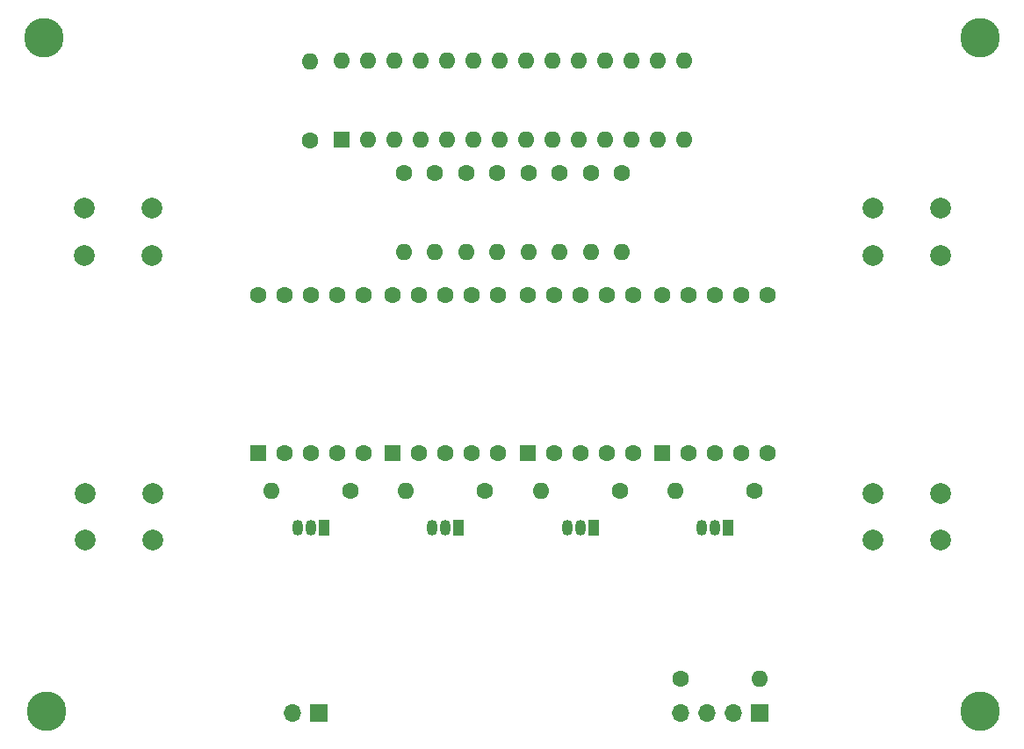
<source format=gbr>
%TF.GenerationSoftware,KiCad,Pcbnew,6.0.7*%
%TF.CreationDate,2022-08-19T00:32:29-07:00*%
%TF.ProjectId,thermometer-digital-min_max-pcb,74686572-6d6f-46d6-9574-65722d646967,rev?*%
%TF.SameCoordinates,Original*%
%TF.FileFunction,Soldermask,Bot*%
%TF.FilePolarity,Negative*%
%FSLAX46Y46*%
G04 Gerber Fmt 4.6, Leading zero omitted, Abs format (unit mm)*
G04 Created by KiCad (PCBNEW 6.0.7) date 2022-08-19 00:32:29*
%MOMM*%
%LPD*%
G01*
G04 APERTURE LIST*
%ADD10C,1.600000*%
%ADD11O,1.600000X1.600000*%
%ADD12R,1.700000X1.700000*%
%ADD13O,1.700000X1.700000*%
%ADD14R,1.600000X1.600000*%
%ADD15C,2.600000*%
%ADD16C,3.800000*%
%ADD17R,1.050000X1.500000*%
%ADD18O,1.050000X1.500000*%
%ADD19C,2.000000*%
G04 APERTURE END LIST*
D10*
%TO.C,R4*%
X153500000Y-58080000D03*
D11*
X153500000Y-65700000D03*
%TD*%
D10*
%TO.C,R0*%
X141500000Y-58080000D03*
D11*
X141500000Y-65700000D03*
%TD*%
D12*
%TO.C,J1*%
X133275000Y-110140000D03*
D13*
X130735000Y-110140000D03*
%TD*%
D14*
%TO.C,D2*%
X140420000Y-85120000D03*
D10*
X142960000Y-85120000D03*
X145500000Y-85120000D03*
X148040000Y-85120000D03*
X150580000Y-85120000D03*
X150580000Y-69880000D03*
X148040000Y-69880000D03*
X145500000Y-69880000D03*
X142960000Y-69880000D03*
X140420000Y-69880000D03*
%TD*%
%TO.C,R9*%
X149310000Y-88750000D03*
D11*
X141690000Y-88750000D03*
%TD*%
D14*
%TO.C,D0*%
X166420000Y-85120000D03*
D10*
X168960000Y-85120000D03*
X171500000Y-85120000D03*
X174040000Y-85120000D03*
X176580000Y-85120000D03*
X176580000Y-69880000D03*
X174040000Y-69880000D03*
X171500000Y-69880000D03*
X168960000Y-69880000D03*
X166420000Y-69880000D03*
%TD*%
%TO.C,R1*%
X144500000Y-58080000D03*
D11*
X144500000Y-65700000D03*
%TD*%
D14*
%TO.C,U0*%
X135500000Y-54900000D03*
D11*
X138040000Y-54900000D03*
X140580000Y-54900000D03*
X143120000Y-54900000D03*
X145660000Y-54900000D03*
X148200000Y-54900000D03*
X150740000Y-54900000D03*
X153280000Y-54900000D03*
X155820000Y-54900000D03*
X158360000Y-54900000D03*
X160900000Y-54900000D03*
X163440000Y-54900000D03*
X165980000Y-54900000D03*
X168520000Y-54900000D03*
X168520000Y-47280000D03*
X165980000Y-47280000D03*
X163440000Y-47280000D03*
X160900000Y-47280000D03*
X158360000Y-47280000D03*
X155820000Y-47280000D03*
X153280000Y-47280000D03*
X150740000Y-47280000D03*
X148200000Y-47280000D03*
X145660000Y-47280000D03*
X143120000Y-47280000D03*
X140580000Y-47280000D03*
X138040000Y-47280000D03*
X135500000Y-47280000D03*
%TD*%
D10*
%TO.C,R8*%
X136310000Y-88750000D03*
D11*
X128690000Y-88750000D03*
%TD*%
D15*
%TO.C,REF\u002A\u002A*%
X197000000Y-45000000D03*
D16*
X197000000Y-45000000D03*
%TD*%
D17*
%TO.C,Q2*%
X146770000Y-92260000D03*
D18*
X145500000Y-92260000D03*
X144230000Y-92260000D03*
%TD*%
D10*
%TO.C,R13*%
X132450000Y-54910000D03*
D11*
X132450000Y-47290000D03*
%TD*%
D10*
%TO.C,R10*%
X162310000Y-88750000D03*
D11*
X154690000Y-88750000D03*
%TD*%
D16*
%TO.C,REF\u002A\u002A*%
X106800000Y-45000000D03*
D15*
X106800000Y-45000000D03*
%TD*%
D10*
%TO.C,R5*%
X156500000Y-58080000D03*
D11*
X156500000Y-65700000D03*
%TD*%
D10*
%TO.C,R3*%
X150500000Y-58080000D03*
D11*
X150500000Y-65700000D03*
%TD*%
D19*
%TO.C,B0*%
X193210000Y-61500000D03*
X186710000Y-61500000D03*
X193210000Y-66000000D03*
X186710000Y-66000000D03*
%TD*%
%TO.C,B3*%
X186750000Y-89000000D03*
X193250000Y-89000000D03*
X193250000Y-93500000D03*
X186750000Y-93500000D03*
%TD*%
D10*
%TO.C,R11*%
X175310000Y-88750000D03*
D11*
X167690000Y-88750000D03*
%TD*%
D10*
%TO.C,R6*%
X159500000Y-58080000D03*
D11*
X159500000Y-65700000D03*
%TD*%
D19*
%TO.C,B2*%
X117250000Y-89000000D03*
X110750000Y-89000000D03*
X117250000Y-93500000D03*
X110750000Y-93500000D03*
%TD*%
D15*
%TO.C,REF\u002A\u002A*%
X107000000Y-110000000D03*
D16*
X107000000Y-110000000D03*
%TD*%
D17*
%TO.C,Q3*%
X133770000Y-92260000D03*
D18*
X132500000Y-92260000D03*
X131230000Y-92260000D03*
%TD*%
D14*
%TO.C,D3*%
X127420000Y-85120000D03*
D10*
X129960000Y-85120000D03*
X132500000Y-85120000D03*
X135040000Y-85120000D03*
X137580000Y-85120000D03*
X137580000Y-69880000D03*
X135040000Y-69880000D03*
X132500000Y-69880000D03*
X129960000Y-69880000D03*
X127420000Y-69880000D03*
%TD*%
D19*
%TO.C,B1*%
X110710000Y-61500000D03*
X117210000Y-61500000D03*
X117210000Y-66000000D03*
X110710000Y-66000000D03*
%TD*%
D16*
%TO.C,REF\u002A\u002A*%
X197000000Y-110000000D03*
D15*
X197000000Y-110000000D03*
%TD*%
D10*
%TO.C,R7*%
X162500000Y-58080000D03*
D11*
X162500000Y-65700000D03*
%TD*%
D17*
%TO.C,Q1*%
X159770000Y-92260000D03*
D18*
X158500000Y-92260000D03*
X157230000Y-92260000D03*
%TD*%
D10*
%TO.C,R12*%
X168190000Y-106870000D03*
D11*
X175810000Y-106870000D03*
%TD*%
D12*
%TO.C,J0*%
X175800000Y-110170000D03*
D13*
X173260000Y-110170000D03*
X170720000Y-110170000D03*
X168180000Y-110170000D03*
%TD*%
D14*
%TO.C,D1*%
X153420000Y-85120000D03*
D10*
X155960000Y-85120000D03*
X158500000Y-85120000D03*
X161040000Y-85120000D03*
X163580000Y-85120000D03*
X163580000Y-69880000D03*
X161040000Y-69880000D03*
X158500000Y-69880000D03*
X155960000Y-69880000D03*
X153420000Y-69880000D03*
%TD*%
D17*
%TO.C,Q0*%
X172770000Y-92260000D03*
D18*
X171500000Y-92260000D03*
X170230000Y-92260000D03*
%TD*%
D10*
%TO.C,R2*%
X147500000Y-58080000D03*
D11*
X147500000Y-65700000D03*
%TD*%
M02*

</source>
